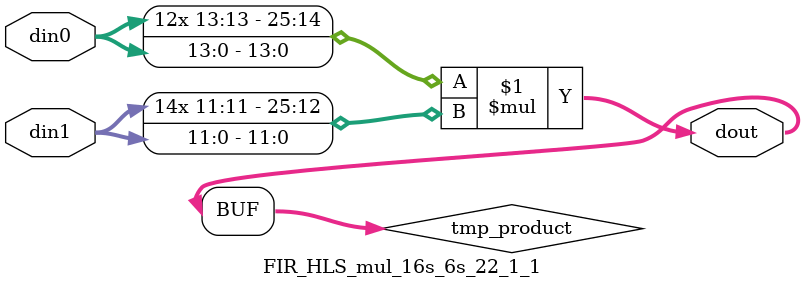
<source format=v>

`timescale 1 ns / 1 ps

 module FIR_HLS_mul_16s_6s_22_1_1(din0, din1, dout);
parameter ID = 1;
parameter NUM_STAGE = 0;
parameter din0_WIDTH = 14;
parameter din1_WIDTH = 12;
parameter dout_WIDTH = 26;

input [din0_WIDTH - 1 : 0] din0; 
input [din1_WIDTH - 1 : 0] din1; 
output [dout_WIDTH - 1 : 0] dout;

wire signed [dout_WIDTH - 1 : 0] tmp_product;



























assign tmp_product = $signed(din0) * $signed(din1);








assign dout = tmp_product;





















endmodule

</source>
